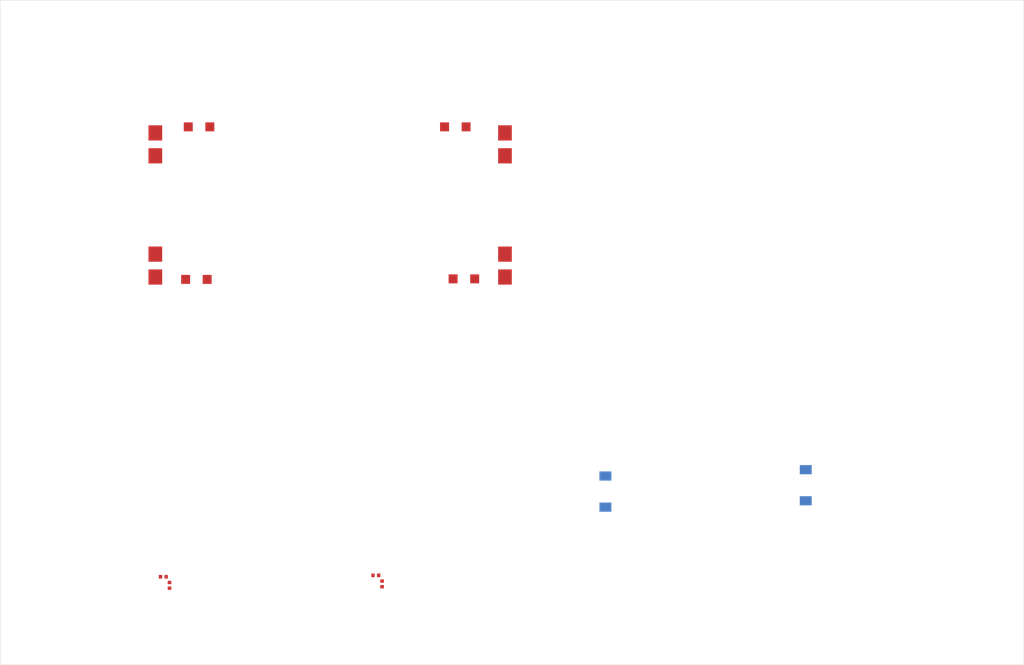
<source format=kicad_pcb>
(kicad_pcb (version 20221018) (generator pcbnew)
  (layers (0 "F.Cu" signal) (31 "B.Cu" signal) (34 "B.Paste" user) (35 "F.Paste" user) (36 "B.SilkS" user "B.Silkscreen") (37 "F.SilkS" user "F.Silkscreen") (38 "B.Mask" user) (39 "F.Mask" user) (44 "Edge.Cuts" user))
  (net 0 "")
  (footprint "DIOTECH:Diotec (P6SMBJ33A)" (layer "F.Cu") (at 57.6286 77.74 180)
    (fp_text reference "D4" hide)
    (fp_text value "Diotec (P6SMBJ33A)" hide)
    (pad "1" smd rect (at 0 0 180) (size 2.5 2.5) (layers "F.Cu" "F.Paste" "F.Mask"))
    (pad "2" smd rect (at 6 0 180) (size 2.5 2.5) (layers "F.Cu" "F.Paste" "F.Mask"))
  )
  (footprint "FUSE:Fuse" (layer "F.Cu") (at 140.54 73.89 90)
    (fp_text reference "F4" hide)
    (fp_text value "Fuse" hide)
    (pad "1" smd rect (at -3.1877 0 180) (size 3.81 4.2418) (layers "F.Cu" "F.Paste" "F.Mask"))
    (pad "2" smd rect (at 3.1877 0 180) (size 3.81 4.2418) (layers "F.Cu" "F.Paste" "F.Mask"))
  )
  (footprint "DIOTECH:Diotec (P6SMBJ33A)" (layer "F.Cu") (at 126.1014 77.5876)
    (fp_text reference "D1" hide)
    (fp_text value "Diotec (P6SMBJ33A)" hide)
    (pad "1" smd rect (at 0 0) (size 2.5 2.5) (layers "F.Cu" "F.Paste" "F.Mask"))
    (pad "2" smd rect (at 6 0) (size 2.5 2.5) (layers "F.Cu" "F.Paste" "F.Mask"))
  )
  (footprint "R0603:RESC1608X50N" (layer "F.Cu") (at 104.59 160.13)
    (fp_text reference "1.1k" hide)
    (fp_text value "MCT06030D1101BP500" hide)
    (pad "1" smd roundrect (at -0.79 0) (size 0.94 1.02) (layers "F.Cu" "F.Paste" "F.Mask") (roundrect_rratio 0.1))
    (pad "2" smd roundrect (at 0.79 0) (size 0.94 1.02) (layers "F.Cu" "F.Paste" "F.Mask") (roundrect_rratio 0.1))
  )
  (footprint "FUSE:Fuse" (layer "F.Cu") (at 43.19 73.89 90)
    (fp_text reference "F5" hide)
    (fp_text value "Fuse" hide)
    (pad "1" smd rect (at -3.1877 0 180) (size 3.81 4.2418) (layers "F.Cu" "F.Paste" "F.Mask"))
    (pad "2" smd rect (at 3.1877 0 180) (size 3.81 4.2418) (layers "F.Cu" "F.Paste" "F.Mask"))
  )
  (footprint "FUSE:Fuse" (layer "F.Cu") (at 140.54 40.14 90)
    (fp_text reference "F2" hide)
    (fp_text value "Fuse" hide)
    (pad "1" smd rect (at -3.1877 0 180) (size 3.81 4.2418) (layers "F.Cu" "F.Paste" "F.Mask"))
    (pad "2" smd rect (at 3.1877 0 180) (size 3.81 4.2418) (layers "F.Cu" "F.Paste" "F.Mask"))
  )
  (footprint "R0603:RESC1608X50N" (layer "F.Cu") (at 47.15 162.91 90)
    (fp_text reference "7.5k" hide)
    (fp_text value "MCT06030D7501BP500" hide)
    (pad "1" smd roundrect (at -0.79 0 90) (size 0.94 1.02) (layers "F.Cu" "F.Paste" "F.Mask") (roundrect_rratio 0.1))
    (pad "2" smd roundrect (at 0.79 0 90) (size 0.94 1.02) (layers "F.Cu" "F.Paste" "F.Mask") (roundrect_rratio 0.1))
  )
  (footprint "R0603:RESC1608X50N" (layer "F.Cu") (at 45.42 160.53)
    (fp_text reference "1.1k" hide)
    (fp_text value "MCT06030D1101BP500" hide)
    (pad "1" smd roundrect (at -0.79 0) (size 0.94 1.02) (layers "F.Cu" "F.Paste" "F.Mask") (roundrect_rratio 0.1))
    (pad "2" smd roundrect (at 0.79 0) (size 0.94 1.02) (layers "F.Cu" "F.Paste" "F.Mask") (roundrect_rratio 0.1))
  )
  (footprint "DIOTECH:Diotec (P6SMBJ33A)" (layer "F.Cu") (at 52.365 35.265)
    (fp_text reference "D2" hide)
    (fp_text value "Diotec (P6SMBJ33A)" hide)
    (pad "1" smd rect (at 0 0) (size 2.5 2.5) (layers "F.Cu" "F.Paste" "F.Mask"))
    (pad "2" smd rect (at 6 0) (size 2.5 2.5) (layers "F.Cu" "F.Paste" "F.Mask"))
  )
  (footprint "R0603:RESC1608X50N" (layer "F.Cu") (at 106.32 162.51 90)
    (fp_text reference "7.5k" hide)
    (fp_text value "MCT06030D7501BP500" hide)
    (pad "1" smd roundrect (at -0.79 0 90) (size 0.94 1.02) (layers "F.Cu" "F.Paste" "F.Mask") (roundrect_rratio 0.1))
    (pad "2" smd roundrect (at 0.79 0 90) (size 0.94 1.02) (layers "F.Cu" "F.Paste" "F.Mask") (roundrect_rratio 0.1))
  )
  (footprint "DIOTECH:Diotec (P6SMBJ33A)" (layer "F.Cu") (at 129.715 35.265 180)
    (fp_text reference "D3" hide)
    (fp_text value "Diotec (P6SMBJ33A)" hide)
    (pad "1" smd rect (at 0 0 180) (size 2.5 2.5) (layers "F.Cu" "F.Paste" "F.Mask"))
    (pad "2" smd rect (at 6 0 180) (size 2.5 2.5) (layers "F.Cu" "F.Paste" "F.Mask"))
  )
  (footprint "FUSE:Fuse" (layer "F.Cu") (at 43.19 40.14 -90)
    (fp_text reference "F3" hide)
    (fp_text value "Fuse" hide)
    (pad "1" smd rect (at -3.1877 0) (size 3.81 4.2418) (layers "F.Cu" "F.Paste" "F.Mask"))
    (pad "2" smd rect (at 3.1877 0) (size 3.81 4.2418) (layers "F.Cu" "F.Paste" "F.Mask"))
  )
  (footprint "smd sicherung:FUSC10131X330N" (layer "B.Cu") (at 224.28 135.04 90)
    (fp_text reference "F1" hide)
    (fp_text value "SF-3812F3500T-2" hide)
    (pad "1" smd rect (at -4.33 0 90) (size 2.55 3.32) (layers "B.Cu" "B.Paste" "B.Mask"))
    (pad "2" smd rect (at 4.33 0 90) (size 2.55 3.32) (layers "B.Cu" "B.Paste" "B.Mask"))
  )
  (footprint "smd sicherung:FUSC10131X330N" (layer "B.Cu") (at 168.5 136.81 90)
    (fp_text reference "F1" hide)
    (fp_text value "SF-3812F3500T-2" hide)
    (pad "1" smd rect (at -4.33 0 90) (size 2.55 3.32) (layers "B.Cu" "B.Paste" "B.Mask"))
    (pad "2" smd rect (at 4.33 0 90) (size 2.55 3.32) (layers "B.Cu" "B.Paste" "B.Mask"))
  )
  (gr_line (start 0 0) (end 0 185) (stroke (width 0.1)) (layer "Edge.Cuts"))
  (gr_line (start 285 185) (end 0 185) (stroke (width 0.1)) (layer "Edge.Cuts"))
  (gr_line (start 0 0) (end 285 0) (stroke (width 0.1)) (layer "Edge.Cuts"))
  (gr_line (start 285 0) (end 285 185) (stroke (width 0.1)) (layer "Edge.Cuts"))
)
</source>
